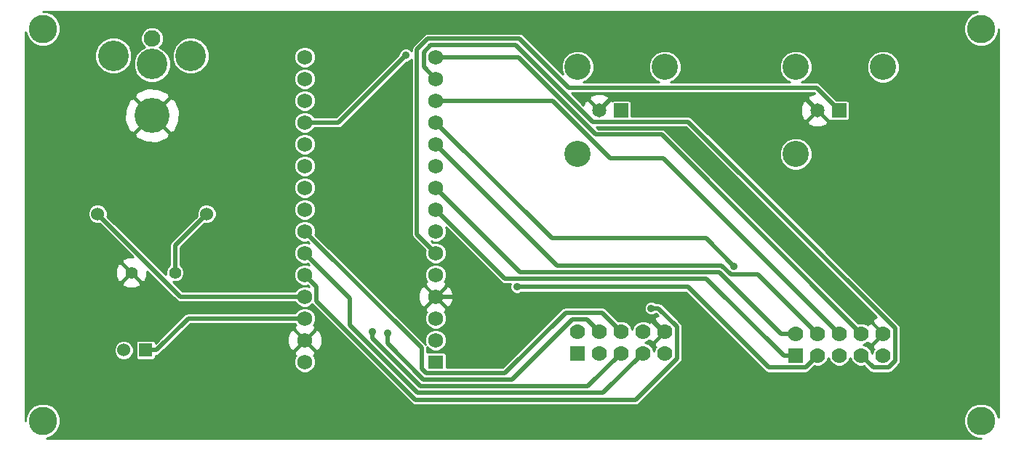
<source format=gtl>
G04 (created by PCBNEW (2013-mar-13)-testing) date Fri 01 Nov 2013 04:53:57 PM PDT*
%MOIN*%
G04 Gerber Fmt 3.4, Leading zero omitted, Abs format*
%FSLAX34Y34*%
G01*
G70*
G90*
G04 APERTURE LIST*
%ADD10C,0.005906*%
%ADD11C,0.055000*%
%ADD12C,0.120000*%
%ADD13R,0.065000X0.065000*%
%ADD14C,0.065000*%
%ADD15R,0.060000X0.060000*%
%ADD16C,0.060000*%
%ADD17C,0.076000*%
%ADD18C,0.140000*%
%ADD19C,0.160000*%
%ADD20R,0.070000X0.070000*%
%ADD21C,0.070000*%
%ADD22R,0.069000X0.060000*%
%ADD23C,0.069000*%
%ADD24C,0.130000*%
%ADD25C,0.035000*%
%ADD26C,0.020000*%
%ADD27C,0.010000*%
G04 APERTURE END LIST*
G54D10*
G54D11*
X17050Y-22200D03*
X15050Y-22200D03*
G54D12*
X35500Y-12750D03*
X39500Y-12750D03*
G54D13*
X37500Y-14750D03*
G54D14*
X36500Y-14750D03*
G54D12*
X35500Y-16750D03*
X45500Y-12750D03*
X49500Y-12750D03*
G54D13*
X47500Y-14750D03*
G54D14*
X46500Y-14750D03*
G54D12*
X45500Y-16750D03*
G54D15*
X15700Y-25750D03*
G54D16*
X14700Y-25750D03*
G54D17*
X16000Y-11440D03*
G54D18*
X16000Y-12620D03*
G54D19*
X16000Y-14980D03*
G54D18*
X14230Y-12230D03*
X17770Y-12230D03*
G54D20*
X45500Y-26000D03*
G54D21*
X45500Y-25000D03*
X46500Y-26000D03*
X46500Y-25000D03*
X47500Y-26000D03*
X47500Y-25000D03*
X48500Y-26000D03*
X48500Y-25000D03*
X49500Y-26000D03*
X49500Y-25000D03*
G54D20*
X35500Y-25900D03*
G54D21*
X35500Y-24900D03*
X36500Y-25900D03*
X36500Y-24900D03*
X37500Y-25900D03*
X37500Y-24900D03*
X38500Y-25900D03*
X38500Y-24900D03*
X39500Y-25900D03*
X39500Y-24900D03*
G54D16*
X13500Y-19500D03*
X18500Y-19500D03*
G54D22*
X29000Y-26300D03*
G54D23*
X29000Y-25300D03*
X29000Y-24300D03*
X29000Y-23300D03*
X29000Y-22300D03*
X29000Y-21300D03*
X29000Y-20300D03*
X29000Y-19300D03*
X29000Y-18300D03*
X29000Y-17300D03*
X29000Y-16300D03*
X29000Y-15300D03*
X29000Y-14300D03*
X29000Y-13300D03*
X29000Y-12300D03*
X23000Y-12300D03*
X23000Y-13300D03*
X23000Y-14300D03*
X23000Y-15300D03*
X23000Y-16300D03*
X23000Y-17300D03*
X23000Y-18300D03*
X23000Y-19300D03*
X23000Y-20300D03*
X23000Y-21300D03*
X23000Y-22300D03*
X23000Y-23300D03*
X23000Y-24300D03*
X23000Y-25300D03*
X23000Y-26300D03*
G54D24*
X11000Y-11000D03*
X54000Y-11000D03*
X11000Y-29000D03*
X54000Y-29000D03*
G54D25*
X27631Y-12207D03*
X26783Y-24975D03*
X26094Y-24904D03*
X38882Y-23831D03*
X32725Y-22846D03*
X42675Y-21900D03*
G54D26*
X17300Y-23300D02*
X13500Y-19500D01*
X23000Y-23300D02*
X17300Y-23300D01*
X24539Y-15300D02*
X27631Y-12207D01*
X23000Y-15300D02*
X24539Y-15300D01*
X35930Y-24330D02*
X36500Y-24900D01*
X35278Y-24330D02*
X35930Y-24330D01*
X32505Y-27104D02*
X35278Y-24330D01*
X28439Y-27104D02*
X32505Y-27104D01*
X26783Y-25448D02*
X28439Y-27104D01*
X26783Y-24975D02*
X26783Y-25448D01*
X35979Y-27420D02*
X37500Y-25900D01*
X28308Y-27420D02*
X35979Y-27420D01*
X26094Y-25207D02*
X28308Y-27420D01*
X26094Y-24904D02*
X26094Y-25207D01*
X36630Y-24030D02*
X37500Y-24900D01*
X34951Y-24030D02*
X36630Y-24030D01*
X32182Y-26800D02*
X34951Y-24030D01*
X28563Y-26800D02*
X32182Y-26800D01*
X28358Y-26595D02*
X28563Y-26800D01*
X28358Y-25658D02*
X28358Y-26595D01*
X23000Y-20300D02*
X28358Y-25658D01*
X25071Y-23371D02*
X23000Y-21300D01*
X25071Y-23371D02*
X25071Y-23371D01*
X25071Y-24611D02*
X25071Y-23371D01*
X28180Y-27721D02*
X25071Y-24611D01*
X36678Y-27721D02*
X28180Y-27721D01*
X38500Y-25900D02*
X36678Y-27721D01*
X39215Y-23831D02*
X38882Y-23831D01*
X40062Y-24678D02*
X39215Y-23831D01*
X40062Y-26137D02*
X40062Y-24678D01*
X38159Y-28040D02*
X40062Y-26137D01*
X28073Y-28040D02*
X38159Y-28040D01*
X23545Y-23513D02*
X28073Y-28040D01*
X23545Y-22845D02*
X23545Y-23513D01*
X23000Y-22300D02*
X23545Y-22845D01*
X39437Y-16937D02*
X47500Y-25000D01*
X37001Y-16937D02*
X39437Y-16937D01*
X34364Y-14300D02*
X37001Y-16937D01*
X29000Y-14300D02*
X34364Y-14300D01*
X49051Y-26551D02*
X48500Y-26000D01*
X49750Y-26551D02*
X49051Y-26551D01*
X50055Y-26246D02*
X49750Y-26551D01*
X50055Y-24751D02*
X50055Y-26246D01*
X40579Y-15275D02*
X50055Y-24751D01*
X36188Y-15275D02*
X40579Y-15275D01*
X32668Y-11754D02*
X36188Y-15275D01*
X28772Y-11754D02*
X32668Y-11754D01*
X28449Y-12078D02*
X28772Y-11754D01*
X28449Y-12749D02*
X28449Y-12078D01*
X29000Y-13300D02*
X28449Y-12749D01*
X39356Y-15856D02*
X48500Y-25000D01*
X36345Y-15856D02*
X39356Y-15856D01*
X32788Y-12300D02*
X36345Y-15856D01*
X29000Y-12300D02*
X32788Y-12300D01*
X41413Y-22463D02*
X44949Y-26000D01*
X32163Y-22463D02*
X41413Y-22463D01*
X29000Y-19300D02*
X32163Y-22463D01*
X45500Y-26000D02*
X44949Y-26000D01*
X44820Y-25000D02*
X45500Y-25000D01*
X41983Y-22163D02*
X44820Y-25000D01*
X32863Y-22163D02*
X41983Y-22163D01*
X29000Y-18300D02*
X32863Y-22163D01*
X45949Y-26550D02*
X46500Y-26000D01*
X44256Y-26550D02*
X45949Y-26550D01*
X40552Y-22846D02*
X44256Y-26550D01*
X32725Y-22846D02*
X40552Y-22846D01*
X43775Y-22275D02*
X46500Y-25000D01*
X42520Y-22275D02*
X43775Y-22275D01*
X42107Y-21862D02*
X42520Y-22275D01*
X34562Y-21862D02*
X42107Y-21862D01*
X29000Y-16300D02*
X34562Y-21862D01*
X41393Y-20617D02*
X42675Y-21900D01*
X34317Y-20617D02*
X41393Y-20617D01*
X29000Y-15300D02*
X34317Y-20617D01*
X28148Y-20448D02*
X29000Y-21300D01*
X28148Y-11954D02*
X28148Y-20448D01*
X28648Y-11454D02*
X28148Y-11954D01*
X32843Y-11454D02*
X28648Y-11454D01*
X35096Y-13707D02*
X32843Y-11454D01*
X46457Y-13707D02*
X35096Y-13707D01*
X47500Y-14750D02*
X46457Y-13707D01*
X17650Y-24300D02*
X16200Y-25750D01*
X23000Y-24300D02*
X17650Y-24300D01*
X15700Y-25750D02*
X16200Y-25750D01*
X37025Y-14224D02*
X36500Y-14750D01*
X45974Y-14224D02*
X37025Y-14224D01*
X46500Y-14750D02*
X45974Y-14224D01*
X39420Y-24900D02*
X39500Y-24900D01*
X37820Y-23300D02*
X39420Y-24900D01*
X29000Y-23300D02*
X37820Y-23300D01*
X17050Y-20950D02*
X17050Y-22200D01*
X18500Y-19500D02*
X17050Y-20950D01*
G54D10*
G36*
X49540Y-25005D02*
X49505Y-25040D01*
X49500Y-25035D01*
X49020Y-25514D01*
X49041Y-25674D01*
X49095Y-25697D01*
X49076Y-25716D01*
X49000Y-25900D01*
X49000Y-25900D01*
X48924Y-25717D01*
X48783Y-25576D01*
X48599Y-25500D01*
X48599Y-25500D01*
X48782Y-25424D01*
X48801Y-25405D01*
X48817Y-25447D01*
X48825Y-25458D01*
X48985Y-25479D01*
X49464Y-25000D01*
X48985Y-24520D01*
X48825Y-24541D01*
X48802Y-24595D01*
X48783Y-24576D01*
X48599Y-24500D01*
X48400Y-24499D01*
X48367Y-24513D01*
X39533Y-15680D01*
X39452Y-15625D01*
X39356Y-15606D01*
X36449Y-15606D01*
X36367Y-15525D01*
X36512Y-15525D01*
X36648Y-15526D01*
X36650Y-15525D01*
X40475Y-15525D01*
X49206Y-24255D01*
X49052Y-24317D01*
X49041Y-24325D01*
X49020Y-24485D01*
X49500Y-24964D01*
X49505Y-24959D01*
X49540Y-24994D01*
X49535Y-25000D01*
X49540Y-25005D01*
X49540Y-25005D01*
G37*
G54D27*
X49540Y-25005D02*
X49505Y-25040D01*
X49500Y-25035D01*
X49020Y-25514D01*
X49041Y-25674D01*
X49095Y-25697D01*
X49076Y-25716D01*
X49000Y-25900D01*
X49000Y-25900D01*
X48924Y-25717D01*
X48783Y-25576D01*
X48599Y-25500D01*
X48599Y-25500D01*
X48782Y-25424D01*
X48801Y-25405D01*
X48817Y-25447D01*
X48825Y-25458D01*
X48985Y-25479D01*
X49464Y-25000D01*
X48985Y-24520D01*
X48825Y-24541D01*
X48802Y-24595D01*
X48783Y-24576D01*
X48599Y-24500D01*
X48400Y-24499D01*
X48367Y-24513D01*
X39533Y-15680D01*
X39452Y-15625D01*
X39356Y-15606D01*
X36449Y-15606D01*
X36367Y-15525D01*
X36512Y-15525D01*
X36648Y-15526D01*
X36650Y-15525D01*
X40475Y-15525D01*
X49206Y-24255D01*
X49052Y-24317D01*
X49041Y-24325D01*
X49020Y-24485D01*
X49500Y-24964D01*
X49505Y-24959D01*
X49540Y-24994D01*
X49535Y-25000D01*
X49540Y-25005D01*
G54D10*
G36*
X54800Y-28841D02*
X54678Y-28547D01*
X54453Y-28322D01*
X54159Y-28200D01*
X53841Y-28199D01*
X53547Y-28321D01*
X53322Y-28546D01*
X53200Y-28840D01*
X53199Y-29158D01*
X53321Y-29452D01*
X53546Y-29677D01*
X53840Y-29799D01*
X53999Y-29800D01*
X50305Y-29800D01*
X50305Y-26246D01*
X50305Y-24751D01*
X50286Y-24655D01*
X50286Y-24655D01*
X50265Y-24623D01*
X50250Y-24600D01*
X50250Y-12601D01*
X50136Y-12325D01*
X49925Y-12114D01*
X49649Y-12000D01*
X49351Y-11999D01*
X49075Y-12113D01*
X48864Y-12324D01*
X48750Y-12600D01*
X48749Y-12898D01*
X48863Y-13174D01*
X49074Y-13385D01*
X49350Y-13499D01*
X49648Y-13500D01*
X49924Y-13386D01*
X50135Y-13175D01*
X50249Y-12899D01*
X50250Y-12601D01*
X50250Y-24600D01*
X50232Y-24574D01*
X50232Y-24574D01*
X46961Y-21303D01*
X46961Y-15246D01*
X46500Y-14785D01*
X46464Y-14820D01*
X46464Y-14750D01*
X46003Y-14288D01*
X45846Y-14306D01*
X45726Y-14589D01*
X45723Y-14898D01*
X45839Y-15183D01*
X45846Y-15194D01*
X46003Y-15211D01*
X46464Y-14750D01*
X46464Y-14820D01*
X46038Y-15246D01*
X46056Y-15403D01*
X46339Y-15523D01*
X46648Y-15526D01*
X46933Y-15410D01*
X46944Y-15403D01*
X46961Y-15246D01*
X46961Y-21303D01*
X46250Y-20592D01*
X46250Y-16601D01*
X46136Y-16325D01*
X45925Y-16114D01*
X45649Y-16000D01*
X45351Y-15999D01*
X45075Y-16113D01*
X44864Y-16324D01*
X44750Y-16600D01*
X44749Y-16898D01*
X44863Y-17174D01*
X45074Y-17385D01*
X45350Y-17499D01*
X45648Y-17500D01*
X45924Y-17386D01*
X46135Y-17175D01*
X46249Y-16899D01*
X46250Y-16601D01*
X46250Y-20592D01*
X40756Y-15098D01*
X40675Y-15044D01*
X40579Y-15025D01*
X37975Y-15025D01*
X37975Y-14395D01*
X37952Y-14340D01*
X37909Y-14297D01*
X37854Y-14275D01*
X37795Y-14275D01*
X37145Y-14275D01*
X37090Y-14297D01*
X37088Y-14298D01*
X36996Y-14288D01*
X36961Y-14324D01*
X36961Y-14253D01*
X36944Y-14096D01*
X36660Y-13976D01*
X36351Y-13973D01*
X36066Y-14089D01*
X36056Y-14096D01*
X36038Y-14253D01*
X36500Y-14714D01*
X36961Y-14253D01*
X36961Y-14324D01*
X36535Y-14750D01*
X36540Y-14755D01*
X36505Y-14790D01*
X36500Y-14785D01*
X36494Y-14790D01*
X36459Y-14755D01*
X36464Y-14750D01*
X36003Y-14288D01*
X35846Y-14306D01*
X35765Y-14498D01*
X35224Y-13957D01*
X46354Y-13957D01*
X46370Y-13973D01*
X46351Y-13973D01*
X46066Y-14089D01*
X46056Y-14096D01*
X46038Y-14253D01*
X46500Y-14714D01*
X46505Y-14709D01*
X46540Y-14744D01*
X46535Y-14750D01*
X46996Y-15211D01*
X47088Y-15201D01*
X47090Y-15202D01*
X47145Y-15225D01*
X47204Y-15225D01*
X47854Y-15225D01*
X47909Y-15202D01*
X47952Y-15159D01*
X47975Y-15104D01*
X47975Y-15045D01*
X47975Y-14395D01*
X47952Y-14340D01*
X47909Y-14297D01*
X47854Y-14275D01*
X47795Y-14275D01*
X47378Y-14275D01*
X46634Y-13530D01*
X46553Y-13476D01*
X46457Y-13457D01*
X45751Y-13457D01*
X45924Y-13386D01*
X46135Y-13175D01*
X46249Y-12899D01*
X46250Y-12601D01*
X46136Y-12325D01*
X45925Y-12114D01*
X45649Y-12000D01*
X45351Y-11999D01*
X45075Y-12113D01*
X44864Y-12324D01*
X44750Y-12600D01*
X44749Y-12898D01*
X44863Y-13174D01*
X45074Y-13385D01*
X45248Y-13457D01*
X39751Y-13457D01*
X39924Y-13386D01*
X40135Y-13175D01*
X40249Y-12899D01*
X40250Y-12601D01*
X40136Y-12325D01*
X39925Y-12114D01*
X39649Y-12000D01*
X39351Y-11999D01*
X39075Y-12113D01*
X38864Y-12324D01*
X38750Y-12600D01*
X38749Y-12898D01*
X38863Y-13174D01*
X39074Y-13385D01*
X39248Y-13457D01*
X35751Y-13457D01*
X35924Y-13386D01*
X36135Y-13175D01*
X36249Y-12899D01*
X36250Y-12601D01*
X36136Y-12325D01*
X35925Y-12114D01*
X35649Y-12000D01*
X35351Y-11999D01*
X35075Y-12113D01*
X34864Y-12324D01*
X34750Y-12600D01*
X34749Y-12898D01*
X34826Y-13083D01*
X33020Y-11277D01*
X32939Y-11223D01*
X32843Y-11204D01*
X28648Y-11204D01*
X28552Y-11223D01*
X28471Y-11277D01*
X27972Y-11777D01*
X27917Y-11858D01*
X27898Y-11954D01*
X27898Y-12015D01*
X27816Y-11932D01*
X27696Y-11882D01*
X27567Y-11882D01*
X27448Y-11932D01*
X27356Y-12023D01*
X27306Y-12142D01*
X27306Y-12179D01*
X24436Y-15050D01*
X23495Y-15050D01*
X23495Y-14201D01*
X23495Y-13201D01*
X23495Y-12201D01*
X23419Y-12019D01*
X23280Y-11880D01*
X23098Y-11805D01*
X22901Y-11804D01*
X22719Y-11880D01*
X22580Y-12019D01*
X22505Y-12201D01*
X22504Y-12398D01*
X22580Y-12580D01*
X22719Y-12719D01*
X22901Y-12794D01*
X23098Y-12795D01*
X23280Y-12719D01*
X23419Y-12580D01*
X23494Y-12398D01*
X23495Y-12201D01*
X23495Y-13201D01*
X23419Y-13019D01*
X23280Y-12880D01*
X23098Y-12805D01*
X22901Y-12804D01*
X22719Y-12880D01*
X22580Y-13019D01*
X22505Y-13201D01*
X22504Y-13398D01*
X22580Y-13580D01*
X22719Y-13719D01*
X22901Y-13794D01*
X23098Y-13795D01*
X23280Y-13719D01*
X23419Y-13580D01*
X23494Y-13398D01*
X23495Y-13201D01*
X23495Y-14201D01*
X23419Y-14019D01*
X23280Y-13880D01*
X23098Y-13805D01*
X22901Y-13804D01*
X22719Y-13880D01*
X22580Y-14019D01*
X22505Y-14201D01*
X22504Y-14398D01*
X22580Y-14580D01*
X22719Y-14719D01*
X22901Y-14794D01*
X23098Y-14795D01*
X23280Y-14719D01*
X23419Y-14580D01*
X23494Y-14398D01*
X23495Y-14201D01*
X23495Y-15050D01*
X23432Y-15050D01*
X23419Y-15019D01*
X23280Y-14880D01*
X23098Y-14805D01*
X22901Y-14804D01*
X22719Y-14880D01*
X22580Y-15019D01*
X22505Y-15201D01*
X22504Y-15398D01*
X22580Y-15580D01*
X22719Y-15719D01*
X22901Y-15794D01*
X23098Y-15795D01*
X23280Y-15719D01*
X23419Y-15580D01*
X23432Y-15550D01*
X24539Y-15550D01*
X24635Y-15530D01*
X24716Y-15476D01*
X27660Y-12532D01*
X27696Y-12532D01*
X27815Y-12483D01*
X27898Y-12400D01*
X27898Y-20448D01*
X27917Y-20544D01*
X27972Y-20625D01*
X28517Y-21171D01*
X28505Y-21201D01*
X28504Y-21398D01*
X28580Y-21580D01*
X28719Y-21719D01*
X28901Y-21794D01*
X29098Y-21795D01*
X29280Y-21719D01*
X29419Y-21580D01*
X29494Y-21398D01*
X29495Y-21201D01*
X29419Y-21019D01*
X29280Y-20880D01*
X29098Y-20805D01*
X28901Y-20804D01*
X28871Y-20817D01*
X28811Y-20757D01*
X28901Y-20794D01*
X29098Y-20795D01*
X29280Y-20719D01*
X29419Y-20580D01*
X29494Y-20398D01*
X29495Y-20201D01*
X29457Y-20111D01*
X31986Y-22640D01*
X32067Y-22694D01*
X32067Y-22694D01*
X32163Y-22713D01*
X32429Y-22713D01*
X32400Y-22781D01*
X32400Y-22910D01*
X32449Y-23030D01*
X32541Y-23121D01*
X32660Y-23171D01*
X32790Y-23171D01*
X32909Y-23121D01*
X32935Y-23096D01*
X40449Y-23096D01*
X44079Y-26726D01*
X44161Y-26781D01*
X44161Y-26781D01*
X44256Y-26800D01*
X45949Y-26800D01*
X46045Y-26781D01*
X46126Y-26726D01*
X46367Y-26486D01*
X46400Y-26499D01*
X46599Y-26500D01*
X46782Y-26424D01*
X46923Y-26283D01*
X46999Y-26099D01*
X46999Y-26099D01*
X47075Y-26282D01*
X47216Y-26423D01*
X47400Y-26499D01*
X47599Y-26500D01*
X47782Y-26424D01*
X47923Y-26283D01*
X47999Y-26099D01*
X47999Y-26099D01*
X48075Y-26282D01*
X48216Y-26423D01*
X48400Y-26499D01*
X48599Y-26500D01*
X48632Y-26486D01*
X48874Y-26728D01*
X48955Y-26782D01*
X49051Y-26801D01*
X49750Y-26801D01*
X49846Y-26782D01*
X49927Y-26728D01*
X50232Y-26422D01*
X50286Y-26341D01*
X50286Y-26341D01*
X50305Y-26246D01*
X50305Y-29800D01*
X40312Y-29800D01*
X40312Y-26137D01*
X40312Y-24678D01*
X40293Y-24582D01*
X40293Y-24582D01*
X40239Y-24501D01*
X39392Y-23654D01*
X39311Y-23600D01*
X39215Y-23581D01*
X39092Y-23581D01*
X39066Y-23555D01*
X38947Y-23506D01*
X38817Y-23506D01*
X38698Y-23555D01*
X38607Y-23646D01*
X38557Y-23766D01*
X38557Y-23895D01*
X38606Y-24015D01*
X38698Y-24106D01*
X38817Y-24156D01*
X38946Y-24156D01*
X39066Y-24106D01*
X39091Y-24081D01*
X39111Y-24081D01*
X39192Y-24161D01*
X39052Y-24217D01*
X39041Y-24225D01*
X39020Y-24385D01*
X39500Y-24864D01*
X39697Y-24667D01*
X39732Y-24702D01*
X39535Y-24900D01*
X39540Y-24905D01*
X39505Y-24940D01*
X39500Y-24935D01*
X39020Y-25414D01*
X39041Y-25574D01*
X39095Y-25597D01*
X39076Y-25616D01*
X39000Y-25800D01*
X39000Y-25800D01*
X38924Y-25617D01*
X38783Y-25476D01*
X38599Y-25400D01*
X38599Y-25400D01*
X38782Y-25324D01*
X38801Y-25305D01*
X38817Y-25347D01*
X38825Y-25358D01*
X38985Y-25379D01*
X39464Y-24900D01*
X38985Y-24420D01*
X38825Y-24441D01*
X38802Y-24495D01*
X38783Y-24476D01*
X38599Y-24400D01*
X38400Y-24399D01*
X38217Y-24475D01*
X38076Y-24616D01*
X38000Y-24800D01*
X38000Y-24800D01*
X37924Y-24617D01*
X37783Y-24476D01*
X37599Y-24400D01*
X37400Y-24399D01*
X37367Y-24413D01*
X36807Y-23854D01*
X36726Y-23799D01*
X36630Y-23780D01*
X34951Y-23780D01*
X34856Y-23799D01*
X34775Y-23854D01*
X32079Y-26550D01*
X29796Y-26550D01*
X29796Y-23148D01*
X29677Y-22855D01*
X29670Y-22844D01*
X29510Y-22824D01*
X29495Y-22840D01*
X29495Y-22201D01*
X29419Y-22019D01*
X29280Y-21880D01*
X29098Y-21805D01*
X28901Y-21804D01*
X28719Y-21880D01*
X28580Y-22019D01*
X28505Y-22201D01*
X28504Y-22398D01*
X28580Y-22580D01*
X28603Y-22602D01*
X28555Y-22622D01*
X28544Y-22629D01*
X28524Y-22789D01*
X29000Y-23264D01*
X29475Y-22789D01*
X29455Y-22629D01*
X29395Y-22604D01*
X29419Y-22580D01*
X29494Y-22398D01*
X29495Y-22201D01*
X29495Y-22840D01*
X29035Y-23300D01*
X29510Y-23775D01*
X29670Y-23755D01*
X29793Y-23464D01*
X29796Y-23148D01*
X29796Y-26550D01*
X29495Y-26550D01*
X29495Y-25970D01*
X29472Y-25915D01*
X29429Y-25872D01*
X29374Y-25850D01*
X29315Y-25850D01*
X28625Y-25850D01*
X28608Y-25856D01*
X28608Y-25658D01*
X28608Y-25658D01*
X28608Y-25658D01*
X28596Y-25596D01*
X28719Y-25719D01*
X28901Y-25794D01*
X29098Y-25795D01*
X29280Y-25719D01*
X29419Y-25580D01*
X29494Y-25398D01*
X29495Y-25201D01*
X29495Y-24201D01*
X29419Y-24019D01*
X29396Y-23997D01*
X29444Y-23977D01*
X29455Y-23970D01*
X29475Y-23810D01*
X29000Y-23335D01*
X28964Y-23370D01*
X28964Y-23300D01*
X28489Y-22824D01*
X28329Y-22844D01*
X28206Y-23135D01*
X28203Y-23451D01*
X28322Y-23744D01*
X28329Y-23755D01*
X28489Y-23775D01*
X28964Y-23300D01*
X28964Y-23370D01*
X28524Y-23810D01*
X28544Y-23970D01*
X28604Y-23995D01*
X28580Y-24019D01*
X28505Y-24201D01*
X28504Y-24398D01*
X28580Y-24580D01*
X28719Y-24719D01*
X28901Y-24794D01*
X29098Y-24795D01*
X29280Y-24719D01*
X29419Y-24580D01*
X29494Y-24398D01*
X29495Y-24201D01*
X29495Y-25201D01*
X29419Y-25019D01*
X29280Y-24880D01*
X29098Y-24805D01*
X28901Y-24804D01*
X28719Y-24880D01*
X28580Y-25019D01*
X28505Y-25201D01*
X28504Y-25398D01*
X28546Y-25497D01*
X28535Y-25481D01*
X23482Y-20428D01*
X23494Y-20398D01*
X23495Y-20201D01*
X23495Y-19201D01*
X23495Y-18201D01*
X23495Y-17201D01*
X23495Y-16201D01*
X23419Y-16019D01*
X23280Y-15880D01*
X23098Y-15805D01*
X22901Y-15804D01*
X22719Y-15880D01*
X22580Y-16019D01*
X22505Y-16201D01*
X22504Y-16398D01*
X22580Y-16580D01*
X22719Y-16719D01*
X22901Y-16794D01*
X23098Y-16795D01*
X23280Y-16719D01*
X23419Y-16580D01*
X23494Y-16398D01*
X23495Y-16201D01*
X23495Y-17201D01*
X23419Y-17019D01*
X23280Y-16880D01*
X23098Y-16805D01*
X22901Y-16804D01*
X22719Y-16880D01*
X22580Y-17019D01*
X22505Y-17201D01*
X22504Y-17398D01*
X22580Y-17580D01*
X22719Y-17719D01*
X22901Y-17794D01*
X23098Y-17795D01*
X23280Y-17719D01*
X23419Y-17580D01*
X23494Y-17398D01*
X23495Y-17201D01*
X23495Y-18201D01*
X23419Y-18019D01*
X23280Y-17880D01*
X23098Y-17805D01*
X22901Y-17804D01*
X22719Y-17880D01*
X22580Y-18019D01*
X22505Y-18201D01*
X22504Y-18398D01*
X22580Y-18580D01*
X22719Y-18719D01*
X22901Y-18794D01*
X23098Y-18795D01*
X23280Y-18719D01*
X23419Y-18580D01*
X23494Y-18398D01*
X23495Y-18201D01*
X23495Y-19201D01*
X23419Y-19019D01*
X23280Y-18880D01*
X23098Y-18805D01*
X22901Y-18804D01*
X22719Y-18880D01*
X22580Y-19019D01*
X22505Y-19201D01*
X22504Y-19398D01*
X22580Y-19580D01*
X22719Y-19719D01*
X22901Y-19794D01*
X23098Y-19795D01*
X23280Y-19719D01*
X23419Y-19580D01*
X23494Y-19398D01*
X23495Y-19201D01*
X23495Y-20201D01*
X23419Y-20019D01*
X23280Y-19880D01*
X23098Y-19805D01*
X22901Y-19804D01*
X22719Y-19880D01*
X22580Y-20019D01*
X22505Y-20201D01*
X22504Y-20398D01*
X22580Y-20580D01*
X22719Y-20719D01*
X22901Y-20794D01*
X23098Y-20795D01*
X23128Y-20782D01*
X23188Y-20842D01*
X23098Y-20805D01*
X22901Y-20804D01*
X22719Y-20880D01*
X22580Y-21019D01*
X22505Y-21201D01*
X22504Y-21398D01*
X22580Y-21580D01*
X22719Y-21719D01*
X22901Y-21794D01*
X23098Y-21795D01*
X23128Y-21782D01*
X23188Y-21842D01*
X23098Y-21805D01*
X22901Y-21804D01*
X22719Y-21880D01*
X22580Y-22019D01*
X22505Y-22201D01*
X22504Y-22398D01*
X22580Y-22580D01*
X22719Y-22719D01*
X22901Y-22794D01*
X23098Y-22795D01*
X23128Y-22782D01*
X23188Y-22842D01*
X23098Y-22805D01*
X22901Y-22804D01*
X22719Y-22880D01*
X22580Y-23019D01*
X22567Y-23050D01*
X17403Y-23050D01*
X16978Y-22624D01*
X17134Y-22625D01*
X17290Y-22560D01*
X17410Y-22441D01*
X17474Y-22284D01*
X17475Y-22115D01*
X17410Y-21959D01*
X17300Y-21848D01*
X17300Y-21053D01*
X18405Y-19948D01*
X18410Y-19949D01*
X18589Y-19950D01*
X18754Y-19881D01*
X18881Y-19755D01*
X18949Y-19589D01*
X18950Y-19410D01*
X18881Y-19245D01*
X18755Y-19118D01*
X18620Y-19062D01*
X18620Y-12061D01*
X18491Y-11749D01*
X18252Y-11509D01*
X17939Y-11380D01*
X17601Y-11379D01*
X17289Y-11508D01*
X17049Y-11747D01*
X16920Y-12060D01*
X16919Y-12398D01*
X17048Y-12710D01*
X17287Y-12950D01*
X17600Y-13079D01*
X17938Y-13080D01*
X18250Y-12951D01*
X18490Y-12712D01*
X18619Y-12399D01*
X18620Y-12061D01*
X18620Y-19062D01*
X18589Y-19050D01*
X18410Y-19049D01*
X18245Y-19118D01*
X18118Y-19244D01*
X18050Y-19410D01*
X18049Y-19589D01*
X18052Y-19594D01*
X17254Y-20391D01*
X17254Y-14755D01*
X17073Y-14292D01*
X17045Y-14251D01*
X16850Y-14180D01*
X16850Y-12451D01*
X16721Y-12139D01*
X16482Y-11899D01*
X16346Y-11843D01*
X16449Y-11740D01*
X16529Y-11545D01*
X16530Y-11335D01*
X16449Y-11140D01*
X16300Y-10990D01*
X16105Y-10910D01*
X15895Y-10909D01*
X15700Y-10990D01*
X15550Y-11139D01*
X15470Y-11334D01*
X15469Y-11544D01*
X15550Y-11739D01*
X15653Y-11843D01*
X15519Y-11898D01*
X15279Y-12137D01*
X15150Y-12450D01*
X15149Y-12788D01*
X15278Y-13100D01*
X15517Y-13340D01*
X15830Y-13469D01*
X16168Y-13470D01*
X16480Y-13341D01*
X16720Y-13102D01*
X16849Y-12789D01*
X16850Y-12451D01*
X16850Y-14180D01*
X16839Y-14176D01*
X16803Y-14211D01*
X16803Y-14140D01*
X16728Y-13934D01*
X16273Y-13735D01*
X15775Y-13725D01*
X15312Y-13906D01*
X15271Y-13934D01*
X15196Y-14140D01*
X16000Y-14944D01*
X16803Y-14140D01*
X16803Y-14211D01*
X16035Y-14980D01*
X16839Y-15783D01*
X17045Y-15708D01*
X17244Y-15253D01*
X17254Y-14755D01*
X17254Y-20391D01*
X16873Y-20773D01*
X16819Y-20854D01*
X16803Y-20930D01*
X16803Y-15819D01*
X16000Y-15015D01*
X15964Y-15050D01*
X15964Y-14980D01*
X15160Y-14176D01*
X15080Y-14205D01*
X15080Y-12061D01*
X14951Y-11749D01*
X14712Y-11509D01*
X14399Y-11380D01*
X14061Y-11379D01*
X13749Y-11508D01*
X13509Y-11747D01*
X13380Y-12060D01*
X13379Y-12398D01*
X13508Y-12710D01*
X13747Y-12950D01*
X14060Y-13079D01*
X14398Y-13080D01*
X14710Y-12951D01*
X14950Y-12712D01*
X15079Y-12399D01*
X15080Y-12061D01*
X15080Y-14205D01*
X14954Y-14251D01*
X14755Y-14706D01*
X14745Y-15204D01*
X14926Y-15667D01*
X14954Y-15708D01*
X15160Y-15783D01*
X15964Y-14980D01*
X15964Y-15050D01*
X15196Y-15819D01*
X15271Y-16025D01*
X15726Y-16224D01*
X16224Y-16234D01*
X16687Y-16053D01*
X16728Y-16025D01*
X16803Y-15819D01*
X16803Y-20930D01*
X16800Y-20950D01*
X16800Y-21849D01*
X16689Y-21958D01*
X16625Y-22115D01*
X16624Y-22271D01*
X13948Y-19594D01*
X13949Y-19589D01*
X13950Y-19410D01*
X13881Y-19245D01*
X13755Y-19118D01*
X13589Y-19050D01*
X13410Y-19049D01*
X13245Y-19118D01*
X13118Y-19244D01*
X13050Y-19410D01*
X13049Y-19589D01*
X13118Y-19754D01*
X13244Y-19881D01*
X13410Y-19949D01*
X13589Y-19950D01*
X13594Y-19947D01*
X15121Y-21475D01*
X14909Y-21474D01*
X14642Y-21583D01*
X14635Y-21587D01*
X14624Y-21739D01*
X15050Y-22164D01*
X15055Y-22159D01*
X15090Y-22194D01*
X15085Y-22200D01*
X15510Y-22625D01*
X15662Y-22614D01*
X15774Y-22348D01*
X15775Y-22128D01*
X17123Y-23476D01*
X17204Y-23530D01*
X17204Y-23530D01*
X17300Y-23550D01*
X22567Y-23550D01*
X22580Y-23580D01*
X22719Y-23719D01*
X22901Y-23794D01*
X23098Y-23795D01*
X23280Y-23719D01*
X23345Y-23654D01*
X23368Y-23689D01*
X27896Y-28217D01*
X27977Y-28271D01*
X27977Y-28271D01*
X28073Y-28290D01*
X38159Y-28290D01*
X38254Y-28271D01*
X38335Y-28217D01*
X40239Y-26314D01*
X40293Y-26232D01*
X40293Y-26232D01*
X40312Y-26137D01*
X40312Y-29800D01*
X23796Y-29800D01*
X23796Y-25148D01*
X23677Y-24855D01*
X23670Y-24844D01*
X23510Y-24824D01*
X23495Y-24840D01*
X23495Y-24201D01*
X23419Y-24019D01*
X23280Y-23880D01*
X23098Y-23805D01*
X22901Y-23804D01*
X22719Y-23880D01*
X22580Y-24019D01*
X22567Y-24050D01*
X17650Y-24050D01*
X17650Y-24049D01*
X17554Y-24069D01*
X17473Y-24123D01*
X17473Y-24123D01*
X16150Y-25446D01*
X16150Y-25420D01*
X16127Y-25365D01*
X16084Y-25322D01*
X16029Y-25300D01*
X15970Y-25300D01*
X15475Y-25300D01*
X15475Y-22660D01*
X15050Y-22235D01*
X15014Y-22270D01*
X15014Y-22200D01*
X14589Y-21774D01*
X14437Y-21785D01*
X14325Y-22051D01*
X14324Y-22340D01*
X14433Y-22607D01*
X14437Y-22614D01*
X14589Y-22625D01*
X15014Y-22200D01*
X15014Y-22270D01*
X14624Y-22660D01*
X14635Y-22812D01*
X14901Y-22924D01*
X15190Y-22925D01*
X15457Y-22816D01*
X15464Y-22812D01*
X15475Y-22660D01*
X15475Y-25300D01*
X15370Y-25300D01*
X15315Y-25322D01*
X15272Y-25365D01*
X15250Y-25420D01*
X15250Y-25479D01*
X15250Y-26079D01*
X15272Y-26134D01*
X15315Y-26177D01*
X15370Y-26200D01*
X15429Y-26200D01*
X16029Y-26200D01*
X16084Y-26177D01*
X16127Y-26134D01*
X16150Y-26079D01*
X16150Y-26020D01*
X16150Y-26000D01*
X16200Y-26000D01*
X16295Y-25980D01*
X16376Y-25926D01*
X17753Y-24550D01*
X22567Y-24550D01*
X22580Y-24580D01*
X22603Y-24602D01*
X22555Y-24622D01*
X22544Y-24629D01*
X22524Y-24789D01*
X23000Y-25264D01*
X23475Y-24789D01*
X23455Y-24629D01*
X23395Y-24604D01*
X23419Y-24580D01*
X23494Y-24398D01*
X23495Y-24201D01*
X23495Y-24840D01*
X23035Y-25300D01*
X23510Y-25775D01*
X23670Y-25755D01*
X23793Y-25464D01*
X23796Y-25148D01*
X23796Y-29800D01*
X23495Y-29800D01*
X23495Y-26201D01*
X23419Y-26019D01*
X23396Y-25997D01*
X23444Y-25977D01*
X23455Y-25970D01*
X23475Y-25810D01*
X23000Y-25335D01*
X22964Y-25370D01*
X22964Y-25300D01*
X22489Y-24824D01*
X22329Y-24844D01*
X22206Y-25135D01*
X22203Y-25451D01*
X22322Y-25744D01*
X22329Y-25755D01*
X22489Y-25775D01*
X22964Y-25300D01*
X22964Y-25370D01*
X22524Y-25810D01*
X22544Y-25970D01*
X22604Y-25995D01*
X22580Y-26019D01*
X22505Y-26201D01*
X22504Y-26398D01*
X22580Y-26580D01*
X22719Y-26719D01*
X22901Y-26794D01*
X23098Y-26795D01*
X23280Y-26719D01*
X23419Y-26580D01*
X23494Y-26398D01*
X23495Y-26201D01*
X23495Y-29800D01*
X15150Y-29800D01*
X15150Y-25660D01*
X15081Y-25495D01*
X14955Y-25368D01*
X14789Y-25300D01*
X14610Y-25299D01*
X14445Y-25368D01*
X14318Y-25494D01*
X14250Y-25660D01*
X14249Y-25839D01*
X14318Y-26004D01*
X14444Y-26131D01*
X14610Y-26199D01*
X14789Y-26200D01*
X14954Y-26131D01*
X15081Y-26005D01*
X15149Y-25839D01*
X15150Y-25660D01*
X15150Y-29800D01*
X11158Y-29800D01*
X11452Y-29678D01*
X11677Y-29453D01*
X11799Y-29159D01*
X11800Y-28841D01*
X11678Y-28547D01*
X11453Y-28322D01*
X11159Y-28200D01*
X10841Y-28199D01*
X10547Y-28321D01*
X10322Y-28546D01*
X10200Y-28840D01*
X10200Y-28999D01*
X10200Y-11158D01*
X10321Y-11452D01*
X10546Y-11677D01*
X10840Y-11799D01*
X11158Y-11800D01*
X11452Y-11678D01*
X11677Y-11453D01*
X11799Y-11159D01*
X11800Y-10841D01*
X11678Y-10547D01*
X11453Y-10322D01*
X11159Y-10200D01*
X11000Y-10200D01*
X53841Y-10200D01*
X53547Y-10321D01*
X53322Y-10546D01*
X53200Y-10840D01*
X53199Y-11158D01*
X53321Y-11452D01*
X53546Y-11677D01*
X53840Y-11799D01*
X54158Y-11800D01*
X54452Y-11678D01*
X54677Y-11453D01*
X54799Y-11159D01*
X54800Y-11000D01*
X54800Y-28841D01*
X54800Y-28841D01*
G37*
G54D27*
X54800Y-28841D02*
X54678Y-28547D01*
X54453Y-28322D01*
X54159Y-28200D01*
X53841Y-28199D01*
X53547Y-28321D01*
X53322Y-28546D01*
X53200Y-28840D01*
X53199Y-29158D01*
X53321Y-29452D01*
X53546Y-29677D01*
X53840Y-29799D01*
X53999Y-29800D01*
X50305Y-29800D01*
X50305Y-26246D01*
X50305Y-24751D01*
X50286Y-24655D01*
X50286Y-24655D01*
X50265Y-24623D01*
X50250Y-24600D01*
X50250Y-12601D01*
X50136Y-12325D01*
X49925Y-12114D01*
X49649Y-12000D01*
X49351Y-11999D01*
X49075Y-12113D01*
X48864Y-12324D01*
X48750Y-12600D01*
X48749Y-12898D01*
X48863Y-13174D01*
X49074Y-13385D01*
X49350Y-13499D01*
X49648Y-13500D01*
X49924Y-13386D01*
X50135Y-13175D01*
X50249Y-12899D01*
X50250Y-12601D01*
X50250Y-24600D01*
X50232Y-24574D01*
X50232Y-24574D01*
X46961Y-21303D01*
X46961Y-15246D01*
X46500Y-14785D01*
X46464Y-14820D01*
X46464Y-14750D01*
X46003Y-14288D01*
X45846Y-14306D01*
X45726Y-14589D01*
X45723Y-14898D01*
X45839Y-15183D01*
X45846Y-15194D01*
X46003Y-15211D01*
X46464Y-14750D01*
X46464Y-14820D01*
X46038Y-15246D01*
X46056Y-15403D01*
X46339Y-15523D01*
X46648Y-15526D01*
X46933Y-15410D01*
X46944Y-15403D01*
X46961Y-15246D01*
X46961Y-21303D01*
X46250Y-20592D01*
X46250Y-16601D01*
X46136Y-16325D01*
X45925Y-16114D01*
X45649Y-16000D01*
X45351Y-15999D01*
X45075Y-16113D01*
X44864Y-16324D01*
X44750Y-16600D01*
X44749Y-16898D01*
X44863Y-17174D01*
X45074Y-17385D01*
X45350Y-17499D01*
X45648Y-17500D01*
X45924Y-17386D01*
X46135Y-17175D01*
X46249Y-16899D01*
X46250Y-16601D01*
X46250Y-20592D01*
X40756Y-15098D01*
X40675Y-15044D01*
X40579Y-15025D01*
X37975Y-15025D01*
X37975Y-14395D01*
X37952Y-14340D01*
X37909Y-14297D01*
X37854Y-14275D01*
X37795Y-14275D01*
X37145Y-14275D01*
X37090Y-14297D01*
X37088Y-14298D01*
X36996Y-14288D01*
X36961Y-14324D01*
X36961Y-14253D01*
X36944Y-14096D01*
X36660Y-13976D01*
X36351Y-13973D01*
X36066Y-14089D01*
X36056Y-14096D01*
X36038Y-14253D01*
X36500Y-14714D01*
X36961Y-14253D01*
X36961Y-14324D01*
X36535Y-14750D01*
X36540Y-14755D01*
X36505Y-14790D01*
X36500Y-14785D01*
X36494Y-14790D01*
X36459Y-14755D01*
X36464Y-14750D01*
X36003Y-14288D01*
X35846Y-14306D01*
X35765Y-14498D01*
X35224Y-13957D01*
X46354Y-13957D01*
X46370Y-13973D01*
X46351Y-13973D01*
X46066Y-14089D01*
X46056Y-14096D01*
X46038Y-14253D01*
X46500Y-14714D01*
X46505Y-14709D01*
X46540Y-14744D01*
X46535Y-14750D01*
X46996Y-15211D01*
X47088Y-15201D01*
X47090Y-15202D01*
X47145Y-15225D01*
X47204Y-15225D01*
X47854Y-15225D01*
X47909Y-15202D01*
X47952Y-15159D01*
X47975Y-15104D01*
X47975Y-15045D01*
X47975Y-14395D01*
X47952Y-14340D01*
X47909Y-14297D01*
X47854Y-14275D01*
X47795Y-14275D01*
X47378Y-14275D01*
X46634Y-13530D01*
X46553Y-13476D01*
X46457Y-13457D01*
X45751Y-13457D01*
X45924Y-13386D01*
X46135Y-13175D01*
X46249Y-12899D01*
X46250Y-12601D01*
X46136Y-12325D01*
X45925Y-12114D01*
X45649Y-12000D01*
X45351Y-11999D01*
X45075Y-12113D01*
X44864Y-12324D01*
X44750Y-12600D01*
X44749Y-12898D01*
X44863Y-13174D01*
X45074Y-13385D01*
X45248Y-13457D01*
X39751Y-13457D01*
X39924Y-13386D01*
X40135Y-13175D01*
X40249Y-12899D01*
X40250Y-12601D01*
X40136Y-12325D01*
X39925Y-12114D01*
X39649Y-12000D01*
X39351Y-11999D01*
X39075Y-12113D01*
X38864Y-12324D01*
X38750Y-12600D01*
X38749Y-12898D01*
X38863Y-13174D01*
X39074Y-13385D01*
X39248Y-13457D01*
X35751Y-13457D01*
X35924Y-13386D01*
X36135Y-13175D01*
X36249Y-12899D01*
X36250Y-12601D01*
X36136Y-12325D01*
X35925Y-12114D01*
X35649Y-12000D01*
X35351Y-11999D01*
X35075Y-12113D01*
X34864Y-12324D01*
X34750Y-12600D01*
X34749Y-12898D01*
X34826Y-13083D01*
X33020Y-11277D01*
X32939Y-11223D01*
X32843Y-11204D01*
X28648Y-11204D01*
X28552Y-11223D01*
X28471Y-11277D01*
X27972Y-11777D01*
X27917Y-11858D01*
X27898Y-11954D01*
X27898Y-12015D01*
X27816Y-11932D01*
X27696Y-11882D01*
X27567Y-11882D01*
X27448Y-11932D01*
X27356Y-12023D01*
X27306Y-12142D01*
X27306Y-12179D01*
X24436Y-15050D01*
X23495Y-15050D01*
X23495Y-14201D01*
X23495Y-13201D01*
X23495Y-12201D01*
X23419Y-12019D01*
X23280Y-11880D01*
X23098Y-11805D01*
X22901Y-11804D01*
X22719Y-11880D01*
X22580Y-12019D01*
X22505Y-12201D01*
X22504Y-12398D01*
X22580Y-12580D01*
X22719Y-12719D01*
X22901Y-12794D01*
X23098Y-12795D01*
X23280Y-12719D01*
X23419Y-12580D01*
X23494Y-12398D01*
X23495Y-12201D01*
X23495Y-13201D01*
X23419Y-13019D01*
X23280Y-12880D01*
X23098Y-12805D01*
X22901Y-12804D01*
X22719Y-12880D01*
X22580Y-13019D01*
X22505Y-13201D01*
X22504Y-13398D01*
X22580Y-13580D01*
X22719Y-13719D01*
X22901Y-13794D01*
X23098Y-13795D01*
X23280Y-13719D01*
X23419Y-13580D01*
X23494Y-13398D01*
X23495Y-13201D01*
X23495Y-14201D01*
X23419Y-14019D01*
X23280Y-13880D01*
X23098Y-13805D01*
X22901Y-13804D01*
X22719Y-13880D01*
X22580Y-14019D01*
X22505Y-14201D01*
X22504Y-14398D01*
X22580Y-14580D01*
X22719Y-14719D01*
X22901Y-14794D01*
X23098Y-14795D01*
X23280Y-14719D01*
X23419Y-14580D01*
X23494Y-14398D01*
X23495Y-14201D01*
X23495Y-15050D01*
X23432Y-15050D01*
X23419Y-15019D01*
X23280Y-14880D01*
X23098Y-14805D01*
X22901Y-14804D01*
X22719Y-14880D01*
X22580Y-15019D01*
X22505Y-15201D01*
X22504Y-15398D01*
X22580Y-15580D01*
X22719Y-15719D01*
X22901Y-15794D01*
X23098Y-15795D01*
X23280Y-15719D01*
X23419Y-15580D01*
X23432Y-15550D01*
X24539Y-15550D01*
X24635Y-15530D01*
X24716Y-15476D01*
X27660Y-12532D01*
X27696Y-12532D01*
X27815Y-12483D01*
X27898Y-12400D01*
X27898Y-20448D01*
X27917Y-20544D01*
X27972Y-20625D01*
X28517Y-21171D01*
X28505Y-21201D01*
X28504Y-21398D01*
X28580Y-21580D01*
X28719Y-21719D01*
X28901Y-21794D01*
X29098Y-21795D01*
X29280Y-21719D01*
X29419Y-21580D01*
X29494Y-21398D01*
X29495Y-21201D01*
X29419Y-21019D01*
X29280Y-20880D01*
X29098Y-20805D01*
X28901Y-20804D01*
X28871Y-20817D01*
X28811Y-20757D01*
X28901Y-20794D01*
X29098Y-20795D01*
X29280Y-20719D01*
X29419Y-20580D01*
X29494Y-20398D01*
X29495Y-20201D01*
X29457Y-20111D01*
X31986Y-22640D01*
X32067Y-22694D01*
X32067Y-22694D01*
X32163Y-22713D01*
X32429Y-22713D01*
X32400Y-22781D01*
X32400Y-22910D01*
X32449Y-23030D01*
X32541Y-23121D01*
X32660Y-23171D01*
X32790Y-23171D01*
X32909Y-23121D01*
X32935Y-23096D01*
X40449Y-23096D01*
X44079Y-26726D01*
X44161Y-26781D01*
X44161Y-26781D01*
X44256Y-26800D01*
X45949Y-26800D01*
X46045Y-26781D01*
X46126Y-26726D01*
X46367Y-26486D01*
X46400Y-26499D01*
X46599Y-26500D01*
X46782Y-26424D01*
X46923Y-26283D01*
X46999Y-26099D01*
X46999Y-26099D01*
X47075Y-26282D01*
X47216Y-26423D01*
X47400Y-26499D01*
X47599Y-26500D01*
X47782Y-26424D01*
X47923Y-26283D01*
X47999Y-26099D01*
X47999Y-26099D01*
X48075Y-26282D01*
X48216Y-26423D01*
X48400Y-26499D01*
X48599Y-26500D01*
X48632Y-26486D01*
X48874Y-26728D01*
X48955Y-26782D01*
X49051Y-26801D01*
X49750Y-26801D01*
X49846Y-26782D01*
X49927Y-26728D01*
X50232Y-26422D01*
X50286Y-26341D01*
X50286Y-26341D01*
X50305Y-26246D01*
X50305Y-29800D01*
X40312Y-29800D01*
X40312Y-26137D01*
X40312Y-24678D01*
X40293Y-24582D01*
X40293Y-24582D01*
X40239Y-24501D01*
X39392Y-23654D01*
X39311Y-23600D01*
X39215Y-23581D01*
X39092Y-23581D01*
X39066Y-23555D01*
X38947Y-23506D01*
X38817Y-23506D01*
X38698Y-23555D01*
X38607Y-23646D01*
X38557Y-23766D01*
X38557Y-23895D01*
X38606Y-24015D01*
X38698Y-24106D01*
X38817Y-24156D01*
X38946Y-24156D01*
X39066Y-24106D01*
X39091Y-24081D01*
X39111Y-24081D01*
X39192Y-24161D01*
X39052Y-24217D01*
X39041Y-24225D01*
X39020Y-24385D01*
X39500Y-24864D01*
X39697Y-24667D01*
X39732Y-24702D01*
X39535Y-24900D01*
X39540Y-24905D01*
X39505Y-24940D01*
X39500Y-24935D01*
X39020Y-25414D01*
X39041Y-25574D01*
X39095Y-25597D01*
X39076Y-25616D01*
X39000Y-25800D01*
X39000Y-25800D01*
X38924Y-25617D01*
X38783Y-25476D01*
X38599Y-25400D01*
X38599Y-25400D01*
X38782Y-25324D01*
X38801Y-25305D01*
X38817Y-25347D01*
X38825Y-25358D01*
X38985Y-25379D01*
X39464Y-24900D01*
X38985Y-24420D01*
X38825Y-24441D01*
X38802Y-24495D01*
X38783Y-24476D01*
X38599Y-24400D01*
X38400Y-24399D01*
X38217Y-24475D01*
X38076Y-24616D01*
X38000Y-24800D01*
X38000Y-24800D01*
X37924Y-24617D01*
X37783Y-24476D01*
X37599Y-24400D01*
X37400Y-24399D01*
X37367Y-24413D01*
X36807Y-23854D01*
X36726Y-23799D01*
X36630Y-23780D01*
X34951Y-23780D01*
X34856Y-23799D01*
X34775Y-23854D01*
X32079Y-26550D01*
X29796Y-26550D01*
X29796Y-23148D01*
X29677Y-22855D01*
X29670Y-22844D01*
X29510Y-22824D01*
X29495Y-22840D01*
X29495Y-22201D01*
X29419Y-22019D01*
X29280Y-21880D01*
X29098Y-21805D01*
X28901Y-21804D01*
X28719Y-21880D01*
X28580Y-22019D01*
X28505Y-22201D01*
X28504Y-22398D01*
X28580Y-22580D01*
X28603Y-22602D01*
X28555Y-22622D01*
X28544Y-22629D01*
X28524Y-22789D01*
X29000Y-23264D01*
X29475Y-22789D01*
X29455Y-22629D01*
X29395Y-22604D01*
X29419Y-22580D01*
X29494Y-22398D01*
X29495Y-22201D01*
X29495Y-22840D01*
X29035Y-23300D01*
X29510Y-23775D01*
X29670Y-23755D01*
X29793Y-23464D01*
X29796Y-23148D01*
X29796Y-26550D01*
X29495Y-26550D01*
X29495Y-25970D01*
X29472Y-25915D01*
X29429Y-25872D01*
X29374Y-25850D01*
X29315Y-25850D01*
X28625Y-25850D01*
X28608Y-25856D01*
X28608Y-25658D01*
X28608Y-25658D01*
X28608Y-25658D01*
X28596Y-25596D01*
X28719Y-25719D01*
X28901Y-25794D01*
X29098Y-25795D01*
X29280Y-25719D01*
X29419Y-25580D01*
X29494Y-25398D01*
X29495Y-25201D01*
X29495Y-24201D01*
X29419Y-24019D01*
X29396Y-23997D01*
X29444Y-23977D01*
X29455Y-23970D01*
X29475Y-23810D01*
X29000Y-23335D01*
X28964Y-23370D01*
X28964Y-23300D01*
X28489Y-22824D01*
X28329Y-22844D01*
X28206Y-23135D01*
X28203Y-23451D01*
X28322Y-23744D01*
X28329Y-23755D01*
X28489Y-23775D01*
X28964Y-23300D01*
X28964Y-23370D01*
X28524Y-23810D01*
X28544Y-23970D01*
X28604Y-23995D01*
X28580Y-24019D01*
X28505Y-24201D01*
X28504Y-24398D01*
X28580Y-24580D01*
X28719Y-24719D01*
X28901Y-24794D01*
X29098Y-24795D01*
X29280Y-24719D01*
X29419Y-24580D01*
X29494Y-24398D01*
X29495Y-24201D01*
X29495Y-25201D01*
X29419Y-25019D01*
X29280Y-24880D01*
X29098Y-24805D01*
X28901Y-24804D01*
X28719Y-24880D01*
X28580Y-25019D01*
X28505Y-25201D01*
X28504Y-25398D01*
X28546Y-25497D01*
X28535Y-25481D01*
X23482Y-20428D01*
X23494Y-20398D01*
X23495Y-20201D01*
X23495Y-19201D01*
X23495Y-18201D01*
X23495Y-17201D01*
X23495Y-16201D01*
X23419Y-16019D01*
X23280Y-15880D01*
X23098Y-15805D01*
X22901Y-15804D01*
X22719Y-15880D01*
X22580Y-16019D01*
X22505Y-16201D01*
X22504Y-16398D01*
X22580Y-16580D01*
X22719Y-16719D01*
X22901Y-16794D01*
X23098Y-16795D01*
X23280Y-16719D01*
X23419Y-16580D01*
X23494Y-16398D01*
X23495Y-16201D01*
X23495Y-17201D01*
X23419Y-17019D01*
X23280Y-16880D01*
X23098Y-16805D01*
X22901Y-16804D01*
X22719Y-16880D01*
X22580Y-17019D01*
X22505Y-17201D01*
X22504Y-17398D01*
X22580Y-17580D01*
X22719Y-17719D01*
X22901Y-17794D01*
X23098Y-17795D01*
X23280Y-17719D01*
X23419Y-17580D01*
X23494Y-17398D01*
X23495Y-17201D01*
X23495Y-18201D01*
X23419Y-18019D01*
X23280Y-17880D01*
X23098Y-17805D01*
X22901Y-17804D01*
X22719Y-17880D01*
X22580Y-18019D01*
X22505Y-18201D01*
X22504Y-18398D01*
X22580Y-18580D01*
X22719Y-18719D01*
X22901Y-18794D01*
X23098Y-18795D01*
X23280Y-18719D01*
X23419Y-18580D01*
X23494Y-18398D01*
X23495Y-18201D01*
X23495Y-19201D01*
X23419Y-19019D01*
X23280Y-18880D01*
X23098Y-18805D01*
X22901Y-18804D01*
X22719Y-18880D01*
X22580Y-19019D01*
X22505Y-19201D01*
X22504Y-19398D01*
X22580Y-19580D01*
X22719Y-19719D01*
X22901Y-19794D01*
X23098Y-19795D01*
X23280Y-19719D01*
X23419Y-19580D01*
X23494Y-19398D01*
X23495Y-19201D01*
X23495Y-20201D01*
X23419Y-20019D01*
X23280Y-19880D01*
X23098Y-19805D01*
X22901Y-19804D01*
X22719Y-19880D01*
X22580Y-20019D01*
X22505Y-20201D01*
X22504Y-20398D01*
X22580Y-20580D01*
X22719Y-20719D01*
X22901Y-20794D01*
X23098Y-20795D01*
X23128Y-20782D01*
X23188Y-20842D01*
X23098Y-20805D01*
X22901Y-20804D01*
X22719Y-20880D01*
X22580Y-21019D01*
X22505Y-21201D01*
X22504Y-21398D01*
X22580Y-21580D01*
X22719Y-21719D01*
X22901Y-21794D01*
X23098Y-21795D01*
X23128Y-21782D01*
X23188Y-21842D01*
X23098Y-21805D01*
X22901Y-21804D01*
X22719Y-21880D01*
X22580Y-22019D01*
X22505Y-22201D01*
X22504Y-22398D01*
X22580Y-22580D01*
X22719Y-22719D01*
X22901Y-22794D01*
X23098Y-22795D01*
X23128Y-22782D01*
X23188Y-22842D01*
X23098Y-22805D01*
X22901Y-22804D01*
X22719Y-22880D01*
X22580Y-23019D01*
X22567Y-23050D01*
X17403Y-23050D01*
X16978Y-22624D01*
X17134Y-22625D01*
X17290Y-22560D01*
X17410Y-22441D01*
X17474Y-22284D01*
X17475Y-22115D01*
X17410Y-21959D01*
X17300Y-21848D01*
X17300Y-21053D01*
X18405Y-19948D01*
X18410Y-19949D01*
X18589Y-19950D01*
X18754Y-19881D01*
X18881Y-19755D01*
X18949Y-19589D01*
X18950Y-19410D01*
X18881Y-19245D01*
X18755Y-19118D01*
X18620Y-19062D01*
X18620Y-12061D01*
X18491Y-11749D01*
X18252Y-11509D01*
X17939Y-11380D01*
X17601Y-11379D01*
X17289Y-11508D01*
X17049Y-11747D01*
X16920Y-12060D01*
X16919Y-12398D01*
X17048Y-12710D01*
X17287Y-12950D01*
X17600Y-13079D01*
X17938Y-13080D01*
X18250Y-12951D01*
X18490Y-12712D01*
X18619Y-12399D01*
X18620Y-12061D01*
X18620Y-19062D01*
X18589Y-19050D01*
X18410Y-19049D01*
X18245Y-19118D01*
X18118Y-19244D01*
X18050Y-19410D01*
X18049Y-19589D01*
X18052Y-19594D01*
X17254Y-20391D01*
X17254Y-14755D01*
X17073Y-14292D01*
X17045Y-14251D01*
X16850Y-14180D01*
X16850Y-12451D01*
X16721Y-12139D01*
X16482Y-11899D01*
X16346Y-11843D01*
X16449Y-11740D01*
X16529Y-11545D01*
X16530Y-11335D01*
X16449Y-11140D01*
X16300Y-10990D01*
X16105Y-10910D01*
X15895Y-10909D01*
X15700Y-10990D01*
X15550Y-11139D01*
X15470Y-11334D01*
X15469Y-11544D01*
X15550Y-11739D01*
X15653Y-11843D01*
X15519Y-11898D01*
X15279Y-12137D01*
X15150Y-12450D01*
X15149Y-12788D01*
X15278Y-13100D01*
X15517Y-13340D01*
X15830Y-13469D01*
X16168Y-13470D01*
X16480Y-13341D01*
X16720Y-13102D01*
X16849Y-12789D01*
X16850Y-12451D01*
X16850Y-14180D01*
X16839Y-14176D01*
X16803Y-14211D01*
X16803Y-14140D01*
X16728Y-13934D01*
X16273Y-13735D01*
X15775Y-13725D01*
X15312Y-13906D01*
X15271Y-13934D01*
X15196Y-14140D01*
X16000Y-14944D01*
X16803Y-14140D01*
X16803Y-14211D01*
X16035Y-14980D01*
X16839Y-15783D01*
X17045Y-15708D01*
X17244Y-15253D01*
X17254Y-14755D01*
X17254Y-20391D01*
X16873Y-20773D01*
X16819Y-20854D01*
X16803Y-20930D01*
X16803Y-15819D01*
X16000Y-15015D01*
X15964Y-15050D01*
X15964Y-14980D01*
X15160Y-14176D01*
X15080Y-14205D01*
X15080Y-12061D01*
X14951Y-11749D01*
X14712Y-11509D01*
X14399Y-11380D01*
X14061Y-11379D01*
X13749Y-11508D01*
X13509Y-11747D01*
X13380Y-12060D01*
X13379Y-12398D01*
X13508Y-12710D01*
X13747Y-12950D01*
X14060Y-13079D01*
X14398Y-13080D01*
X14710Y-12951D01*
X14950Y-12712D01*
X15079Y-12399D01*
X15080Y-12061D01*
X15080Y-14205D01*
X14954Y-14251D01*
X14755Y-14706D01*
X14745Y-15204D01*
X14926Y-15667D01*
X14954Y-15708D01*
X15160Y-15783D01*
X15964Y-14980D01*
X15964Y-15050D01*
X15196Y-15819D01*
X15271Y-16025D01*
X15726Y-16224D01*
X16224Y-16234D01*
X16687Y-16053D01*
X16728Y-16025D01*
X16803Y-15819D01*
X16803Y-20930D01*
X16800Y-20950D01*
X16800Y-21849D01*
X16689Y-21958D01*
X16625Y-22115D01*
X16624Y-22271D01*
X13948Y-19594D01*
X13949Y-19589D01*
X13950Y-19410D01*
X13881Y-19245D01*
X13755Y-19118D01*
X13589Y-19050D01*
X13410Y-19049D01*
X13245Y-19118D01*
X13118Y-19244D01*
X13050Y-19410D01*
X13049Y-19589D01*
X13118Y-19754D01*
X13244Y-19881D01*
X13410Y-19949D01*
X13589Y-19950D01*
X13594Y-19947D01*
X15121Y-21475D01*
X14909Y-21474D01*
X14642Y-21583D01*
X14635Y-21587D01*
X14624Y-21739D01*
X15050Y-22164D01*
X15055Y-22159D01*
X15090Y-22194D01*
X15085Y-22200D01*
X15510Y-22625D01*
X15662Y-22614D01*
X15774Y-22348D01*
X15775Y-22128D01*
X17123Y-23476D01*
X17204Y-23530D01*
X17204Y-23530D01*
X17300Y-23550D01*
X22567Y-23550D01*
X22580Y-23580D01*
X22719Y-23719D01*
X22901Y-23794D01*
X23098Y-23795D01*
X23280Y-23719D01*
X23345Y-23654D01*
X23368Y-23689D01*
X27896Y-28217D01*
X27977Y-28271D01*
X27977Y-28271D01*
X28073Y-28290D01*
X38159Y-28290D01*
X38254Y-28271D01*
X38335Y-28217D01*
X40239Y-26314D01*
X40293Y-26232D01*
X40293Y-26232D01*
X40312Y-26137D01*
X40312Y-29800D01*
X23796Y-29800D01*
X23796Y-25148D01*
X23677Y-24855D01*
X23670Y-24844D01*
X23510Y-24824D01*
X23495Y-24840D01*
X23495Y-24201D01*
X23419Y-24019D01*
X23280Y-23880D01*
X23098Y-23805D01*
X22901Y-23804D01*
X22719Y-23880D01*
X22580Y-24019D01*
X22567Y-24050D01*
X17650Y-24050D01*
X17650Y-24049D01*
X17554Y-24069D01*
X17473Y-24123D01*
X17473Y-24123D01*
X16150Y-25446D01*
X16150Y-25420D01*
X16127Y-25365D01*
X16084Y-25322D01*
X16029Y-25300D01*
X15970Y-25300D01*
X15475Y-25300D01*
X15475Y-22660D01*
X15050Y-22235D01*
X15014Y-22270D01*
X15014Y-22200D01*
X14589Y-21774D01*
X14437Y-21785D01*
X14325Y-22051D01*
X14324Y-22340D01*
X14433Y-22607D01*
X14437Y-22614D01*
X14589Y-22625D01*
X15014Y-22200D01*
X15014Y-22270D01*
X14624Y-22660D01*
X14635Y-22812D01*
X14901Y-22924D01*
X15190Y-22925D01*
X15457Y-22816D01*
X15464Y-22812D01*
X15475Y-22660D01*
X15475Y-25300D01*
X15370Y-25300D01*
X15315Y-25322D01*
X15272Y-25365D01*
X15250Y-25420D01*
X15250Y-25479D01*
X15250Y-26079D01*
X15272Y-26134D01*
X15315Y-26177D01*
X15370Y-26200D01*
X15429Y-26200D01*
X16029Y-26200D01*
X16084Y-26177D01*
X16127Y-26134D01*
X16150Y-26079D01*
X16150Y-26020D01*
X16150Y-26000D01*
X16200Y-26000D01*
X16295Y-25980D01*
X16376Y-25926D01*
X17753Y-24550D01*
X22567Y-24550D01*
X22580Y-24580D01*
X22603Y-24602D01*
X22555Y-24622D01*
X22544Y-24629D01*
X22524Y-24789D01*
X23000Y-25264D01*
X23475Y-24789D01*
X23455Y-24629D01*
X23395Y-24604D01*
X23419Y-24580D01*
X23494Y-24398D01*
X23495Y-24201D01*
X23495Y-24840D01*
X23035Y-25300D01*
X23510Y-25775D01*
X23670Y-25755D01*
X23793Y-25464D01*
X23796Y-25148D01*
X23796Y-29800D01*
X23495Y-29800D01*
X23495Y-26201D01*
X23419Y-26019D01*
X23396Y-25997D01*
X23444Y-25977D01*
X23455Y-25970D01*
X23475Y-25810D01*
X23000Y-25335D01*
X22964Y-25370D01*
X22964Y-25300D01*
X22489Y-24824D01*
X22329Y-24844D01*
X22206Y-25135D01*
X22203Y-25451D01*
X22322Y-25744D01*
X22329Y-25755D01*
X22489Y-25775D01*
X22964Y-25300D01*
X22964Y-25370D01*
X22524Y-25810D01*
X22544Y-25970D01*
X22604Y-25995D01*
X22580Y-26019D01*
X22505Y-26201D01*
X22504Y-26398D01*
X22580Y-26580D01*
X22719Y-26719D01*
X22901Y-26794D01*
X23098Y-26795D01*
X23280Y-26719D01*
X23419Y-26580D01*
X23494Y-26398D01*
X23495Y-26201D01*
X23495Y-29800D01*
X15150Y-29800D01*
X15150Y-25660D01*
X15081Y-25495D01*
X14955Y-25368D01*
X14789Y-25300D01*
X14610Y-25299D01*
X14445Y-25368D01*
X14318Y-25494D01*
X14250Y-25660D01*
X14249Y-25839D01*
X14318Y-26004D01*
X14444Y-26131D01*
X14610Y-26199D01*
X14789Y-26200D01*
X14954Y-26131D01*
X15081Y-26005D01*
X15149Y-25839D01*
X15150Y-25660D01*
X15150Y-29800D01*
X11158Y-29800D01*
X11452Y-29678D01*
X11677Y-29453D01*
X11799Y-29159D01*
X11800Y-28841D01*
X11678Y-28547D01*
X11453Y-28322D01*
X11159Y-28200D01*
X10841Y-28199D01*
X10547Y-28321D01*
X10322Y-28546D01*
X10200Y-28840D01*
X10200Y-28999D01*
X10200Y-11158D01*
X10321Y-11452D01*
X10546Y-11677D01*
X10840Y-11799D01*
X11158Y-11800D01*
X11452Y-11678D01*
X11677Y-11453D01*
X11799Y-11159D01*
X11800Y-10841D01*
X11678Y-10547D01*
X11453Y-10322D01*
X11159Y-10200D01*
X11000Y-10200D01*
X53841Y-10200D01*
X53547Y-10321D01*
X53322Y-10546D01*
X53200Y-10840D01*
X53199Y-11158D01*
X53321Y-11452D01*
X53546Y-11677D01*
X53840Y-11799D01*
X54158Y-11800D01*
X54452Y-11678D01*
X54677Y-11453D01*
X54799Y-11159D01*
X54800Y-11000D01*
X54800Y-28841D01*
M02*

</source>
